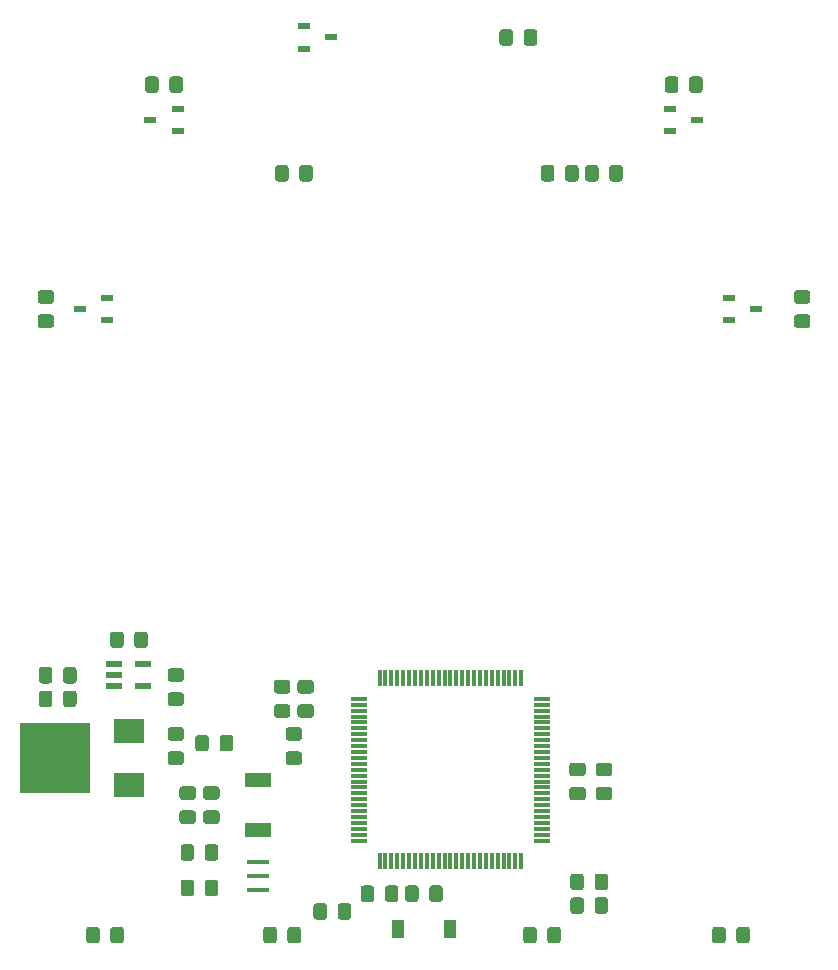
<source format=gbr>
%TF.GenerationSoftware,KiCad,Pcbnew,(5.1.6)-1*%
%TF.CreationDate,2023-05-06T22:04:27+09:00*%
%TF.ProjectId,RX621,52583632-312e-46b6-9963-61645f706362,rev?*%
%TF.SameCoordinates,Original*%
%TF.FileFunction,Paste,Top*%
%TF.FilePolarity,Positive*%
%FSLAX46Y46*%
G04 Gerber Fmt 4.6, Leading zero omitted, Abs format (unit mm)*
G04 Created by KiCad (PCBNEW (5.1.6)-1) date 2023-05-06 22:04:27*
%MOMM*%
%LPD*%
G01*
G04 APERTURE LIST*
%ADD10R,1.475000X0.300000*%
%ADD11R,0.300000X1.475000*%
%ADD12R,2.500000X2.000000*%
%ADD13R,6.000000X6.000000*%
%ADD14R,1.350000X0.600000*%
%ADD15R,1.050000X1.600000*%
%ADD16R,1.000000X0.600000*%
%ADD17R,2.200000X1.300000*%
%ADD18R,1.900000X0.400000*%
G04 APERTURE END LIST*
%TO.C,C1*%
G36*
G01*
X198700000Y-155450001D02*
X198700000Y-154549999D01*
G75*
G02*
X198949999Y-154300000I249999J0D01*
G01*
X199600001Y-154300000D01*
G75*
G02*
X199850000Y-154549999I0J-249999D01*
G01*
X199850000Y-155450001D01*
G75*
G02*
X199600001Y-155700000I-249999J0D01*
G01*
X198949999Y-155700000D01*
G75*
G02*
X198700000Y-155450001I0J249999D01*
G01*
G37*
G36*
G01*
X196650000Y-155450001D02*
X196650000Y-154549999D01*
G75*
G02*
X196899999Y-154300000I249999J0D01*
G01*
X197550001Y-154300000D01*
G75*
G02*
X197800000Y-154549999I0J-249999D01*
G01*
X197800000Y-155450001D01*
G75*
G02*
X197550001Y-155700000I-249999J0D01*
G01*
X196899999Y-155700000D01*
G75*
G02*
X196650000Y-155450001I0J249999D01*
G01*
G37*
%TD*%
%TO.C,C2*%
G36*
G01*
X201800000Y-153049999D02*
X201800000Y-153950001D01*
G75*
G02*
X201550001Y-154200000I-249999J0D01*
G01*
X200899999Y-154200000D01*
G75*
G02*
X200650000Y-153950001I0J249999D01*
G01*
X200650000Y-153049999D01*
G75*
G02*
X200899999Y-152800000I249999J0D01*
G01*
X201550001Y-152800000D01*
G75*
G02*
X201800000Y-153049999I0J-249999D01*
G01*
G37*
G36*
G01*
X203850000Y-153049999D02*
X203850000Y-153950001D01*
G75*
G02*
X203600001Y-154200000I-249999J0D01*
G01*
X202949999Y-154200000D01*
G75*
G02*
X202700000Y-153950001I0J249999D01*
G01*
X202700000Y-153049999D01*
G75*
G02*
X202949999Y-152800000I249999J0D01*
G01*
X203600001Y-152800000D01*
G75*
G02*
X203850000Y-153049999I0J-249999D01*
G01*
G37*
%TD*%
%TO.C,C3*%
G36*
G01*
X193549999Y-135400000D02*
X194450001Y-135400000D01*
G75*
G02*
X194700000Y-135649999I0J-249999D01*
G01*
X194700000Y-136300001D01*
G75*
G02*
X194450001Y-136550000I-249999J0D01*
G01*
X193549999Y-136550000D01*
G75*
G02*
X193300000Y-136300001I0J249999D01*
G01*
X193300000Y-135649999D01*
G75*
G02*
X193549999Y-135400000I249999J0D01*
G01*
G37*
G36*
G01*
X193549999Y-137450000D02*
X194450001Y-137450000D01*
G75*
G02*
X194700000Y-137699999I0J-249999D01*
G01*
X194700000Y-138350001D01*
G75*
G02*
X194450001Y-138600000I-249999J0D01*
G01*
X193549999Y-138600000D01*
G75*
G02*
X193300000Y-138350001I0J249999D01*
G01*
X193300000Y-137699999D01*
G75*
G02*
X193549999Y-137450000I249999J0D01*
G01*
G37*
%TD*%
%TO.C,C4*%
G36*
G01*
X179425000Y-132450001D02*
X179425000Y-131549999D01*
G75*
G02*
X179674999Y-131300000I249999J0D01*
G01*
X180325001Y-131300000D01*
G75*
G02*
X180575000Y-131549999I0J-249999D01*
G01*
X180575000Y-132450001D01*
G75*
G02*
X180325001Y-132700000I-249999J0D01*
G01*
X179674999Y-132700000D01*
G75*
G02*
X179425000Y-132450001I0J249999D01*
G01*
G37*
G36*
G01*
X181475000Y-132450001D02*
X181475000Y-131549999D01*
G75*
G02*
X181724999Y-131300000I249999J0D01*
G01*
X182375001Y-131300000D01*
G75*
G02*
X182625000Y-131549999I0J-249999D01*
G01*
X182625000Y-132450001D01*
G75*
G02*
X182375001Y-132700000I-249999J0D01*
G01*
X181724999Y-132700000D01*
G75*
G02*
X181475000Y-132450001I0J249999D01*
G01*
G37*
%TD*%
%TO.C,C5*%
G36*
G01*
X185450001Y-135550000D02*
X184549999Y-135550000D01*
G75*
G02*
X184300000Y-135300001I0J249999D01*
G01*
X184300000Y-134649999D01*
G75*
G02*
X184549999Y-134400000I249999J0D01*
G01*
X185450001Y-134400000D01*
G75*
G02*
X185700000Y-134649999I0J-249999D01*
G01*
X185700000Y-135300001D01*
G75*
G02*
X185450001Y-135550000I-249999J0D01*
G01*
G37*
G36*
G01*
X185450001Y-137600000D02*
X184549999Y-137600000D01*
G75*
G02*
X184300000Y-137350001I0J249999D01*
G01*
X184300000Y-136699999D01*
G75*
G02*
X184549999Y-136450000I249999J0D01*
G01*
X185450001Y-136450000D01*
G75*
G02*
X185700000Y-136699999I0J-249999D01*
G01*
X185700000Y-137350001D01*
G75*
G02*
X185450001Y-137600000I-249999J0D01*
G01*
G37*
%TD*%
%TO.C,C6*%
G36*
G01*
X218549999Y-142400000D02*
X219450001Y-142400000D01*
G75*
G02*
X219700000Y-142649999I0J-249999D01*
G01*
X219700000Y-143300001D01*
G75*
G02*
X219450001Y-143550000I-249999J0D01*
G01*
X218549999Y-143550000D01*
G75*
G02*
X218300000Y-143300001I0J249999D01*
G01*
X218300000Y-142649999D01*
G75*
G02*
X218549999Y-142400000I249999J0D01*
G01*
G37*
G36*
G01*
X218549999Y-144450000D02*
X219450001Y-144450000D01*
G75*
G02*
X219700000Y-144699999I0J-249999D01*
G01*
X219700000Y-145350001D01*
G75*
G02*
X219450001Y-145600000I-249999J0D01*
G01*
X218549999Y-145600000D01*
G75*
G02*
X218300000Y-145350001I0J249999D01*
G01*
X218300000Y-144699999D01*
G75*
G02*
X218549999Y-144450000I249999J0D01*
G01*
G37*
%TD*%
%TO.C,C7*%
G36*
G01*
X186650000Y-141200001D02*
X186650000Y-140299999D01*
G75*
G02*
X186899999Y-140050000I249999J0D01*
G01*
X187550001Y-140050000D01*
G75*
G02*
X187800000Y-140299999I0J-249999D01*
G01*
X187800000Y-141200001D01*
G75*
G02*
X187550001Y-141450000I-249999J0D01*
G01*
X186899999Y-141450000D01*
G75*
G02*
X186650000Y-141200001I0J249999D01*
G01*
G37*
G36*
G01*
X188700000Y-141200001D02*
X188700000Y-140299999D01*
G75*
G02*
X188949999Y-140050000I249999J0D01*
G01*
X189600001Y-140050000D01*
G75*
G02*
X189850000Y-140299999I0J-249999D01*
G01*
X189850000Y-141200001D01*
G75*
G02*
X189600001Y-141450000I-249999J0D01*
G01*
X188949999Y-141450000D01*
G75*
G02*
X188700000Y-141200001I0J249999D01*
G01*
G37*
%TD*%
%TO.C,C8*%
G36*
G01*
X220799999Y-144450000D02*
X221700001Y-144450000D01*
G75*
G02*
X221950000Y-144699999I0J-249999D01*
G01*
X221950000Y-145350001D01*
G75*
G02*
X221700001Y-145600000I-249999J0D01*
G01*
X220799999Y-145600000D01*
G75*
G02*
X220550000Y-145350001I0J249999D01*
G01*
X220550000Y-144699999D01*
G75*
G02*
X220799999Y-144450000I249999J0D01*
G01*
G37*
G36*
G01*
X220799999Y-142400000D02*
X221700001Y-142400000D01*
G75*
G02*
X221950000Y-142649999I0J-249999D01*
G01*
X221950000Y-143300001D01*
G75*
G02*
X221700001Y-143550000I-249999J0D01*
G01*
X220799999Y-143550000D01*
G75*
G02*
X220550000Y-143300001I0J249999D01*
G01*
X220550000Y-142649999D01*
G75*
G02*
X220799999Y-142400000I249999J0D01*
G01*
G37*
%TD*%
%TO.C,C9*%
G36*
G01*
X185549999Y-146450000D02*
X186450001Y-146450000D01*
G75*
G02*
X186700000Y-146699999I0J-249999D01*
G01*
X186700000Y-147350001D01*
G75*
G02*
X186450001Y-147600000I-249999J0D01*
G01*
X185549999Y-147600000D01*
G75*
G02*
X185300000Y-147350001I0J249999D01*
G01*
X185300000Y-146699999D01*
G75*
G02*
X185549999Y-146450000I249999J0D01*
G01*
G37*
G36*
G01*
X185549999Y-144400000D02*
X186450001Y-144400000D01*
G75*
G02*
X186700000Y-144649999I0J-249999D01*
G01*
X186700000Y-145300001D01*
G75*
G02*
X186450001Y-145550000I-249999J0D01*
G01*
X185549999Y-145550000D01*
G75*
G02*
X185300000Y-145300001I0J249999D01*
G01*
X185300000Y-144649999D01*
G75*
G02*
X185549999Y-144400000I249999J0D01*
G01*
G37*
%TD*%
%TO.C,C10*%
G36*
G01*
X187549999Y-144400000D02*
X188450001Y-144400000D01*
G75*
G02*
X188700000Y-144649999I0J-249999D01*
G01*
X188700000Y-145300001D01*
G75*
G02*
X188450001Y-145550000I-249999J0D01*
G01*
X187549999Y-145550000D01*
G75*
G02*
X187300000Y-145300001I0J249999D01*
G01*
X187300000Y-144649999D01*
G75*
G02*
X187549999Y-144400000I249999J0D01*
G01*
G37*
G36*
G01*
X187549999Y-146450000D02*
X188450001Y-146450000D01*
G75*
G02*
X188700000Y-146699999I0J-249999D01*
G01*
X188700000Y-147350001D01*
G75*
G02*
X188450001Y-147600000I-249999J0D01*
G01*
X187549999Y-147600000D01*
G75*
G02*
X187300000Y-147350001I0J249999D01*
G01*
X187300000Y-146699999D01*
G75*
G02*
X187549999Y-146450000I249999J0D01*
G01*
G37*
%TD*%
%TO.C,C11*%
G36*
G01*
X184549999Y-139400000D02*
X185450001Y-139400000D01*
G75*
G02*
X185700000Y-139649999I0J-249999D01*
G01*
X185700000Y-140300001D01*
G75*
G02*
X185450001Y-140550000I-249999J0D01*
G01*
X184549999Y-140550000D01*
G75*
G02*
X184300000Y-140300001I0J249999D01*
G01*
X184300000Y-139649999D01*
G75*
G02*
X184549999Y-139400000I249999J0D01*
G01*
G37*
G36*
G01*
X184549999Y-141450000D02*
X185450001Y-141450000D01*
G75*
G02*
X185700000Y-141699999I0J-249999D01*
G01*
X185700000Y-142350001D01*
G75*
G02*
X185450001Y-142600000I-249999J0D01*
G01*
X184549999Y-142600000D01*
G75*
G02*
X184300000Y-142350001I0J249999D01*
G01*
X184300000Y-141699999D01*
G75*
G02*
X184549999Y-141450000I249999J0D01*
G01*
G37*
%TD*%
%TO.C,C12*%
G36*
G01*
X175450000Y-137450001D02*
X175450000Y-136549999D01*
G75*
G02*
X175699999Y-136300000I249999J0D01*
G01*
X176350001Y-136300000D01*
G75*
G02*
X176600000Y-136549999I0J-249999D01*
G01*
X176600000Y-137450001D01*
G75*
G02*
X176350001Y-137700000I-249999J0D01*
G01*
X175699999Y-137700000D01*
G75*
G02*
X175450000Y-137450001I0J249999D01*
G01*
G37*
G36*
G01*
X173400000Y-137450001D02*
X173400000Y-136549999D01*
G75*
G02*
X173649999Y-136300000I249999J0D01*
G01*
X174300001Y-136300000D01*
G75*
G02*
X174550000Y-136549999I0J-249999D01*
G01*
X174550000Y-137450001D01*
G75*
G02*
X174300001Y-137700000I-249999J0D01*
G01*
X173649999Y-137700000D01*
G75*
G02*
X173400000Y-137450001I0J249999D01*
G01*
G37*
%TD*%
%TO.C,C13*%
G36*
G01*
X173400000Y-135450001D02*
X173400000Y-134549999D01*
G75*
G02*
X173649999Y-134300000I249999J0D01*
G01*
X174300001Y-134300000D01*
G75*
G02*
X174550000Y-134549999I0J-249999D01*
G01*
X174550000Y-135450001D01*
G75*
G02*
X174300001Y-135700000I-249999J0D01*
G01*
X173649999Y-135700000D01*
G75*
G02*
X173400000Y-135450001I0J249999D01*
G01*
G37*
G36*
G01*
X175450000Y-135450001D02*
X175450000Y-134549999D01*
G75*
G02*
X175699999Y-134300000I249999J0D01*
G01*
X176350001Y-134300000D01*
G75*
G02*
X176600000Y-134549999I0J-249999D01*
G01*
X176600000Y-135450001D01*
G75*
G02*
X176350001Y-135700000I-249999J0D01*
G01*
X175699999Y-135700000D01*
G75*
G02*
X175450000Y-135450001I0J249999D01*
G01*
G37*
%TD*%
D10*
%TO.C,IC1*%
X200512000Y-137000000D03*
X200512000Y-137500000D03*
X200512000Y-138000000D03*
X200512000Y-138500000D03*
X200512000Y-139000000D03*
X200512000Y-139500000D03*
X200512000Y-140000000D03*
X200512000Y-140500000D03*
X200512000Y-141000000D03*
X200512000Y-141500000D03*
X200512000Y-142000000D03*
X200512000Y-142500000D03*
X200512000Y-143000000D03*
X200512000Y-143500000D03*
X200512000Y-144000000D03*
X200512000Y-144500000D03*
X200512000Y-145000000D03*
X200512000Y-145500000D03*
X200512000Y-146000000D03*
X200512000Y-146500000D03*
X200512000Y-147000000D03*
X200512000Y-147500000D03*
X200512000Y-148000000D03*
X200512000Y-148500000D03*
X200512000Y-149000000D03*
D11*
X202250000Y-150738000D03*
X202750000Y-150738000D03*
X203250000Y-150738000D03*
X203750000Y-150738000D03*
X204250000Y-150738000D03*
X204750000Y-150738000D03*
X205250000Y-150738000D03*
X205750000Y-150738000D03*
X206250000Y-150738000D03*
X206750000Y-150738000D03*
X207250000Y-150738000D03*
X207750000Y-150738000D03*
X208250000Y-150738000D03*
X208750000Y-150738000D03*
X209250000Y-150738000D03*
X209750000Y-150738000D03*
X210250000Y-150738000D03*
X210750000Y-150738000D03*
X211250000Y-150738000D03*
X211750000Y-150738000D03*
X212250000Y-150738000D03*
X212750000Y-150738000D03*
X213250000Y-150738000D03*
X213750000Y-150738000D03*
X214250000Y-150738000D03*
D10*
X215988000Y-149000000D03*
X215988000Y-148500000D03*
X215988000Y-148000000D03*
X215988000Y-147500000D03*
X215988000Y-147000000D03*
X215988000Y-146500000D03*
X215988000Y-146000000D03*
X215988000Y-145500000D03*
X215988000Y-145000000D03*
X215988000Y-144500000D03*
X215988000Y-144000000D03*
X215988000Y-143500000D03*
X215988000Y-143000000D03*
X215988000Y-142500000D03*
X215988000Y-142000000D03*
X215988000Y-141500000D03*
X215988000Y-141000000D03*
X215988000Y-140500000D03*
X215988000Y-140000000D03*
X215988000Y-139500000D03*
X215988000Y-139000000D03*
X215988000Y-138500000D03*
X215988000Y-138000000D03*
X215988000Y-137500000D03*
X215988000Y-137000000D03*
D11*
X214250000Y-135262000D03*
X213750000Y-135262000D03*
X213250000Y-135262000D03*
X212750000Y-135262000D03*
X212250000Y-135262000D03*
X211750000Y-135262000D03*
X211250000Y-135262000D03*
X210750000Y-135262000D03*
X210250000Y-135262000D03*
X209750000Y-135262000D03*
X209250000Y-135262000D03*
X208750000Y-135262000D03*
X208250000Y-135262000D03*
X207750000Y-135262000D03*
X207250000Y-135262000D03*
X206750000Y-135262000D03*
X206250000Y-135262000D03*
X205750000Y-135262000D03*
X205250000Y-135262000D03*
X204750000Y-135262000D03*
X204250000Y-135262000D03*
X203750000Y-135262000D03*
X203250000Y-135262000D03*
X202750000Y-135262000D03*
X202250000Y-135262000D03*
%TD*%
D12*
%TO.C,IC2*%
X181055000Y-144300000D03*
D13*
X174805000Y-142000000D03*
D12*
X181055000Y-139700000D03*
%TD*%
D14*
%TO.C,IC3*%
X179800000Y-134050000D03*
X179800000Y-135000000D03*
X179800000Y-135950000D03*
X182200000Y-135950000D03*
X182200000Y-134050000D03*
%TD*%
%TO.C,L1*%
G36*
G01*
X230400000Y-157450001D02*
X230400000Y-156549999D01*
G75*
G02*
X230649999Y-156300000I249999J0D01*
G01*
X231300001Y-156300000D01*
G75*
G02*
X231550000Y-156549999I0J-249999D01*
G01*
X231550000Y-157450001D01*
G75*
G02*
X231300001Y-157700000I-249999J0D01*
G01*
X230649999Y-157700000D01*
G75*
G02*
X230400000Y-157450001I0J249999D01*
G01*
G37*
G36*
G01*
X232450000Y-157450001D02*
X232450000Y-156549999D01*
G75*
G02*
X232699999Y-156300000I249999J0D01*
G01*
X233350001Y-156300000D01*
G75*
G02*
X233600000Y-156549999I0J-249999D01*
G01*
X233600000Y-157450001D01*
G75*
G02*
X233350001Y-157700000I-249999J0D01*
G01*
X232699999Y-157700000D01*
G75*
G02*
X232450000Y-157450001I0J249999D01*
G01*
G37*
%TD*%
%TO.C,L2*%
G36*
G01*
X216450000Y-157450001D02*
X216450000Y-156549999D01*
G75*
G02*
X216699999Y-156300000I249999J0D01*
G01*
X217350001Y-156300000D01*
G75*
G02*
X217600000Y-156549999I0J-249999D01*
G01*
X217600000Y-157450001D01*
G75*
G02*
X217350001Y-157700000I-249999J0D01*
G01*
X216699999Y-157700000D01*
G75*
G02*
X216450000Y-157450001I0J249999D01*
G01*
G37*
G36*
G01*
X214400000Y-157450001D02*
X214400000Y-156549999D01*
G75*
G02*
X214649999Y-156300000I249999J0D01*
G01*
X215300001Y-156300000D01*
G75*
G02*
X215550000Y-156549999I0J-249999D01*
G01*
X215550000Y-157450001D01*
G75*
G02*
X215300001Y-157700000I-249999J0D01*
G01*
X214649999Y-157700000D01*
G75*
G02*
X214400000Y-157450001I0J249999D01*
G01*
G37*
%TD*%
%TO.C,L3*%
G36*
G01*
X192400000Y-157450001D02*
X192400000Y-156549999D01*
G75*
G02*
X192649999Y-156300000I249999J0D01*
G01*
X193300001Y-156300000D01*
G75*
G02*
X193550000Y-156549999I0J-249999D01*
G01*
X193550000Y-157450001D01*
G75*
G02*
X193300001Y-157700000I-249999J0D01*
G01*
X192649999Y-157700000D01*
G75*
G02*
X192400000Y-157450001I0J249999D01*
G01*
G37*
G36*
G01*
X194450000Y-157450001D02*
X194450000Y-156549999D01*
G75*
G02*
X194699999Y-156300000I249999J0D01*
G01*
X195350001Y-156300000D01*
G75*
G02*
X195600000Y-156549999I0J-249999D01*
G01*
X195600000Y-157450001D01*
G75*
G02*
X195350001Y-157700000I-249999J0D01*
G01*
X194699999Y-157700000D01*
G75*
G02*
X194450000Y-157450001I0J249999D01*
G01*
G37*
%TD*%
%TO.C,L4*%
G36*
G01*
X179450000Y-157450001D02*
X179450000Y-156549999D01*
G75*
G02*
X179699999Y-156300000I249999J0D01*
G01*
X180350001Y-156300000D01*
G75*
G02*
X180600000Y-156549999I0J-249999D01*
G01*
X180600000Y-157450001D01*
G75*
G02*
X180350001Y-157700000I-249999J0D01*
G01*
X179699999Y-157700000D01*
G75*
G02*
X179450000Y-157450001I0J249999D01*
G01*
G37*
G36*
G01*
X177400000Y-157450001D02*
X177400000Y-156549999D01*
G75*
G02*
X177649999Y-156300000I249999J0D01*
G01*
X178300001Y-156300000D01*
G75*
G02*
X178550000Y-156549999I0J-249999D01*
G01*
X178550000Y-157450001D01*
G75*
G02*
X178300001Y-157700000I-249999J0D01*
G01*
X177649999Y-157700000D01*
G75*
G02*
X177400000Y-157450001I0J249999D01*
G01*
G37*
%TD*%
%TO.C,R1*%
G36*
G01*
X221700000Y-92950001D02*
X221700000Y-92049999D01*
G75*
G02*
X221949999Y-91800000I249999J0D01*
G01*
X222600001Y-91800000D01*
G75*
G02*
X222850000Y-92049999I0J-249999D01*
G01*
X222850000Y-92950001D01*
G75*
G02*
X222600001Y-93200000I-249999J0D01*
G01*
X221949999Y-93200000D01*
G75*
G02*
X221700000Y-92950001I0J249999D01*
G01*
G37*
G36*
G01*
X219650000Y-92950001D02*
X219650000Y-92049999D01*
G75*
G02*
X219899999Y-91800000I249999J0D01*
G01*
X220550001Y-91800000D01*
G75*
G02*
X220800000Y-92049999I0J-249999D01*
G01*
X220800000Y-92950001D01*
G75*
G02*
X220550001Y-93200000I-249999J0D01*
G01*
X219899999Y-93200000D01*
G75*
G02*
X219650000Y-92950001I0J249999D01*
G01*
G37*
%TD*%
%TO.C,R2*%
G36*
G01*
X217050000Y-92049999D02*
X217050000Y-92950001D01*
G75*
G02*
X216800001Y-93200000I-249999J0D01*
G01*
X216149999Y-93200000D01*
G75*
G02*
X215900000Y-92950001I0J249999D01*
G01*
X215900000Y-92049999D01*
G75*
G02*
X216149999Y-91800000I249999J0D01*
G01*
X216800001Y-91800000D01*
G75*
G02*
X217050000Y-92049999I0J-249999D01*
G01*
G37*
G36*
G01*
X219100000Y-92049999D02*
X219100000Y-92950001D01*
G75*
G02*
X218850001Y-93200000I-249999J0D01*
G01*
X218199999Y-93200000D01*
G75*
G02*
X217950000Y-92950001I0J249999D01*
G01*
X217950000Y-92049999D01*
G75*
G02*
X218199999Y-91800000I249999J0D01*
G01*
X218850001Y-91800000D01*
G75*
G02*
X219100000Y-92049999I0J-249999D01*
G01*
G37*
%TD*%
%TO.C,R3*%
G36*
G01*
X196450001Y-138600000D02*
X195549999Y-138600000D01*
G75*
G02*
X195300000Y-138350001I0J249999D01*
G01*
X195300000Y-137699999D01*
G75*
G02*
X195549999Y-137450000I249999J0D01*
G01*
X196450001Y-137450000D01*
G75*
G02*
X196700000Y-137699999I0J-249999D01*
G01*
X196700000Y-138350001D01*
G75*
G02*
X196450001Y-138600000I-249999J0D01*
G01*
G37*
G36*
G01*
X196450001Y-136550000D02*
X195549999Y-136550000D01*
G75*
G02*
X195300000Y-136300001I0J249999D01*
G01*
X195300000Y-135649999D01*
G75*
G02*
X195549999Y-135400000I249999J0D01*
G01*
X196450001Y-135400000D01*
G75*
G02*
X196700000Y-135649999I0J-249999D01*
G01*
X196700000Y-136300001D01*
G75*
G02*
X196450001Y-136550000I-249999J0D01*
G01*
G37*
%TD*%
%TO.C,R4*%
G36*
G01*
X194549999Y-139400000D02*
X195450001Y-139400000D01*
G75*
G02*
X195700000Y-139649999I0J-249999D01*
G01*
X195700000Y-140300001D01*
G75*
G02*
X195450001Y-140550000I-249999J0D01*
G01*
X194549999Y-140550000D01*
G75*
G02*
X194300000Y-140300001I0J249999D01*
G01*
X194300000Y-139649999D01*
G75*
G02*
X194549999Y-139400000I249999J0D01*
G01*
G37*
G36*
G01*
X194549999Y-141450000D02*
X195450001Y-141450000D01*
G75*
G02*
X195700000Y-141699999I0J-249999D01*
G01*
X195700000Y-142350001D01*
G75*
G02*
X195450001Y-142600000I-249999J0D01*
G01*
X194549999Y-142600000D01*
G75*
G02*
X194300000Y-142350001I0J249999D01*
G01*
X194300000Y-141699999D01*
G75*
G02*
X194549999Y-141450000I249999J0D01*
G01*
G37*
%TD*%
%TO.C,R5*%
G36*
G01*
X195450000Y-92950001D02*
X195450000Y-92049999D01*
G75*
G02*
X195699999Y-91800000I249999J0D01*
G01*
X196350001Y-91800000D01*
G75*
G02*
X196600000Y-92049999I0J-249999D01*
G01*
X196600000Y-92950001D01*
G75*
G02*
X196350001Y-93200000I-249999J0D01*
G01*
X195699999Y-93200000D01*
G75*
G02*
X195450000Y-92950001I0J249999D01*
G01*
G37*
G36*
G01*
X193400000Y-92950001D02*
X193400000Y-92049999D01*
G75*
G02*
X193649999Y-91800000I249999J0D01*
G01*
X194300001Y-91800000D01*
G75*
G02*
X194550000Y-92049999I0J-249999D01*
G01*
X194550000Y-92950001D01*
G75*
G02*
X194300001Y-93200000I-249999J0D01*
G01*
X193649999Y-93200000D01*
G75*
G02*
X193400000Y-92950001I0J249999D01*
G01*
G37*
%TD*%
%TO.C,R6*%
G36*
G01*
X204400000Y-153950001D02*
X204400000Y-153049999D01*
G75*
G02*
X204649999Y-152800000I249999J0D01*
G01*
X205300001Y-152800000D01*
G75*
G02*
X205550000Y-153049999I0J-249999D01*
G01*
X205550000Y-153950001D01*
G75*
G02*
X205300001Y-154200000I-249999J0D01*
G01*
X204649999Y-154200000D01*
G75*
G02*
X204400000Y-153950001I0J249999D01*
G01*
G37*
G36*
G01*
X206450000Y-153950001D02*
X206450000Y-153049999D01*
G75*
G02*
X206699999Y-152800000I249999J0D01*
G01*
X207350001Y-152800000D01*
G75*
G02*
X207600000Y-153049999I0J-249999D01*
G01*
X207600000Y-153950001D01*
G75*
G02*
X207350001Y-154200000I-249999J0D01*
G01*
X206699999Y-154200000D01*
G75*
G02*
X206450000Y-153950001I0J249999D01*
G01*
G37*
%TD*%
%TO.C,R7*%
G36*
G01*
X218400000Y-152950001D02*
X218400000Y-152049999D01*
G75*
G02*
X218649999Y-151800000I249999J0D01*
G01*
X219300001Y-151800000D01*
G75*
G02*
X219550000Y-152049999I0J-249999D01*
G01*
X219550000Y-152950001D01*
G75*
G02*
X219300001Y-153200000I-249999J0D01*
G01*
X218649999Y-153200000D01*
G75*
G02*
X218400000Y-152950001I0J249999D01*
G01*
G37*
G36*
G01*
X220450000Y-152950001D02*
X220450000Y-152049999D01*
G75*
G02*
X220699999Y-151800000I249999J0D01*
G01*
X221350001Y-151800000D01*
G75*
G02*
X221600000Y-152049999I0J-249999D01*
G01*
X221600000Y-152950001D01*
G75*
G02*
X221350001Y-153200000I-249999J0D01*
G01*
X220699999Y-153200000D01*
G75*
G02*
X220450000Y-152950001I0J249999D01*
G01*
G37*
%TD*%
%TO.C,R8*%
G36*
G01*
X220450000Y-154950001D02*
X220450000Y-154049999D01*
G75*
G02*
X220699999Y-153800000I249999J0D01*
G01*
X221350001Y-153800000D01*
G75*
G02*
X221600000Y-154049999I0J-249999D01*
G01*
X221600000Y-154950001D01*
G75*
G02*
X221350001Y-155200000I-249999J0D01*
G01*
X220699999Y-155200000D01*
G75*
G02*
X220450000Y-154950001I0J249999D01*
G01*
G37*
G36*
G01*
X218400000Y-154950001D02*
X218400000Y-154049999D01*
G75*
G02*
X218649999Y-153800000I249999J0D01*
G01*
X219300001Y-153800000D01*
G75*
G02*
X219550000Y-154049999I0J-249999D01*
G01*
X219550000Y-154950001D01*
G75*
G02*
X219300001Y-155200000I-249999J0D01*
G01*
X218649999Y-155200000D01*
G75*
G02*
X218400000Y-154950001I0J249999D01*
G01*
G37*
%TD*%
%TO.C,R9*%
G36*
G01*
X185400000Y-153450001D02*
X185400000Y-152549999D01*
G75*
G02*
X185649999Y-152300000I249999J0D01*
G01*
X186300001Y-152300000D01*
G75*
G02*
X186550000Y-152549999I0J-249999D01*
G01*
X186550000Y-153450001D01*
G75*
G02*
X186300001Y-153700000I-249999J0D01*
G01*
X185649999Y-153700000D01*
G75*
G02*
X185400000Y-153450001I0J249999D01*
G01*
G37*
G36*
G01*
X187450000Y-153450001D02*
X187450000Y-152549999D01*
G75*
G02*
X187699999Y-152300000I249999J0D01*
G01*
X188350001Y-152300000D01*
G75*
G02*
X188600000Y-152549999I0J-249999D01*
G01*
X188600000Y-153450001D01*
G75*
G02*
X188350001Y-153700000I-249999J0D01*
G01*
X187699999Y-153700000D01*
G75*
G02*
X187450000Y-153450001I0J249999D01*
G01*
G37*
%TD*%
%TO.C,R10*%
G36*
G01*
X187450000Y-150450001D02*
X187450000Y-149549999D01*
G75*
G02*
X187699999Y-149300000I249999J0D01*
G01*
X188350001Y-149300000D01*
G75*
G02*
X188600000Y-149549999I0J-249999D01*
G01*
X188600000Y-150450001D01*
G75*
G02*
X188350001Y-150700000I-249999J0D01*
G01*
X187699999Y-150700000D01*
G75*
G02*
X187450000Y-150450001I0J249999D01*
G01*
G37*
G36*
G01*
X185400000Y-150450001D02*
X185400000Y-149549999D01*
G75*
G02*
X185649999Y-149300000I249999J0D01*
G01*
X186300001Y-149300000D01*
G75*
G02*
X186550000Y-149549999I0J-249999D01*
G01*
X186550000Y-150450001D01*
G75*
G02*
X186300001Y-150700000I-249999J0D01*
G01*
X185649999Y-150700000D01*
G75*
G02*
X185400000Y-150450001I0J249999D01*
G01*
G37*
%TD*%
%TO.C,R11*%
G36*
G01*
X174450001Y-105600000D02*
X173549999Y-105600000D01*
G75*
G02*
X173300000Y-105350001I0J249999D01*
G01*
X173300000Y-104699999D01*
G75*
G02*
X173549999Y-104450000I249999J0D01*
G01*
X174450001Y-104450000D01*
G75*
G02*
X174700000Y-104699999I0J-249999D01*
G01*
X174700000Y-105350001D01*
G75*
G02*
X174450001Y-105600000I-249999J0D01*
G01*
G37*
G36*
G01*
X174450001Y-103550000D02*
X173549999Y-103550000D01*
G75*
G02*
X173300000Y-103300001I0J249999D01*
G01*
X173300000Y-102649999D01*
G75*
G02*
X173549999Y-102400000I249999J0D01*
G01*
X174450001Y-102400000D01*
G75*
G02*
X174700000Y-102649999I0J-249999D01*
G01*
X174700000Y-103300001D01*
G75*
G02*
X174450001Y-103550000I-249999J0D01*
G01*
G37*
%TD*%
%TO.C,R12*%
G36*
G01*
X184450000Y-85450001D02*
X184450000Y-84549999D01*
G75*
G02*
X184699999Y-84300000I249999J0D01*
G01*
X185350001Y-84300000D01*
G75*
G02*
X185600000Y-84549999I0J-249999D01*
G01*
X185600000Y-85450001D01*
G75*
G02*
X185350001Y-85700000I-249999J0D01*
G01*
X184699999Y-85700000D01*
G75*
G02*
X184450000Y-85450001I0J249999D01*
G01*
G37*
G36*
G01*
X182400000Y-85450001D02*
X182400000Y-84549999D01*
G75*
G02*
X182649999Y-84300000I249999J0D01*
G01*
X183300001Y-84300000D01*
G75*
G02*
X183550000Y-84549999I0J-249999D01*
G01*
X183550000Y-85450001D01*
G75*
G02*
X183300001Y-85700000I-249999J0D01*
G01*
X182649999Y-85700000D01*
G75*
G02*
X182400000Y-85450001I0J249999D01*
G01*
G37*
%TD*%
%TO.C,R13*%
G36*
G01*
X212400000Y-81450001D02*
X212400000Y-80549999D01*
G75*
G02*
X212649999Y-80300000I249999J0D01*
G01*
X213300001Y-80300000D01*
G75*
G02*
X213550000Y-80549999I0J-249999D01*
G01*
X213550000Y-81450001D01*
G75*
G02*
X213300001Y-81700000I-249999J0D01*
G01*
X212649999Y-81700000D01*
G75*
G02*
X212400000Y-81450001I0J249999D01*
G01*
G37*
G36*
G01*
X214450000Y-81450001D02*
X214450000Y-80549999D01*
G75*
G02*
X214699999Y-80300000I249999J0D01*
G01*
X215350001Y-80300000D01*
G75*
G02*
X215600000Y-80549999I0J-249999D01*
G01*
X215600000Y-81450001D01*
G75*
G02*
X215350001Y-81700000I-249999J0D01*
G01*
X214699999Y-81700000D01*
G75*
G02*
X214450000Y-81450001I0J249999D01*
G01*
G37*
%TD*%
%TO.C,R14*%
G36*
G01*
X229600000Y-84549999D02*
X229600000Y-85450001D01*
G75*
G02*
X229350001Y-85700000I-249999J0D01*
G01*
X228699999Y-85700000D01*
G75*
G02*
X228450000Y-85450001I0J249999D01*
G01*
X228450000Y-84549999D01*
G75*
G02*
X228699999Y-84300000I249999J0D01*
G01*
X229350001Y-84300000D01*
G75*
G02*
X229600000Y-84549999I0J-249999D01*
G01*
G37*
G36*
G01*
X227550000Y-84549999D02*
X227550000Y-85450001D01*
G75*
G02*
X227300001Y-85700000I-249999J0D01*
G01*
X226649999Y-85700000D01*
G75*
G02*
X226400000Y-85450001I0J249999D01*
G01*
X226400000Y-84549999D01*
G75*
G02*
X226649999Y-84300000I249999J0D01*
G01*
X227300001Y-84300000D01*
G75*
G02*
X227550000Y-84549999I0J-249999D01*
G01*
G37*
%TD*%
%TO.C,R15*%
G36*
G01*
X237574999Y-104450000D02*
X238475001Y-104450000D01*
G75*
G02*
X238725000Y-104699999I0J-249999D01*
G01*
X238725000Y-105350001D01*
G75*
G02*
X238475001Y-105600000I-249999J0D01*
G01*
X237574999Y-105600000D01*
G75*
G02*
X237325000Y-105350001I0J249999D01*
G01*
X237325000Y-104699999D01*
G75*
G02*
X237574999Y-104450000I249999J0D01*
G01*
G37*
G36*
G01*
X237574999Y-102400000D02*
X238475001Y-102400000D01*
G75*
G02*
X238725000Y-102649999I0J-249999D01*
G01*
X238725000Y-103300001D01*
G75*
G02*
X238475001Y-103550000I-249999J0D01*
G01*
X237574999Y-103550000D01*
G75*
G02*
X237325000Y-103300001I0J249999D01*
G01*
X237325000Y-102649999D01*
G75*
G02*
X237574999Y-102400000I249999J0D01*
G01*
G37*
%TD*%
D15*
%TO.C,SW3*%
X208225000Y-156500000D03*
X203775000Y-156500000D03*
%TD*%
D16*
%TO.C,TR0*%
X179150000Y-104950000D03*
X179150000Y-103050000D03*
X176850000Y-104000000D03*
%TD*%
%TO.C,TR1*%
X182850000Y-88000000D03*
X185150000Y-87050000D03*
X185150000Y-88950000D03*
%TD*%
%TO.C,TR2*%
X195850000Y-80050000D03*
X195850000Y-81950000D03*
X198150000Y-81000000D03*
%TD*%
%TO.C,TR3*%
X229150000Y-88000000D03*
X226850000Y-88950000D03*
X226850000Y-87050000D03*
%TD*%
%TO.C,TR4*%
X231850000Y-103050000D03*
X231850000Y-104950000D03*
X234150000Y-104000000D03*
%TD*%
D17*
%TO.C,X1*%
X192000000Y-143900000D03*
X192000000Y-148100000D03*
%TD*%
D18*
%TO.C,X2*%
X192000000Y-150800000D03*
X192000000Y-152000000D03*
X192000000Y-153200000D03*
%TD*%
M02*

</source>
